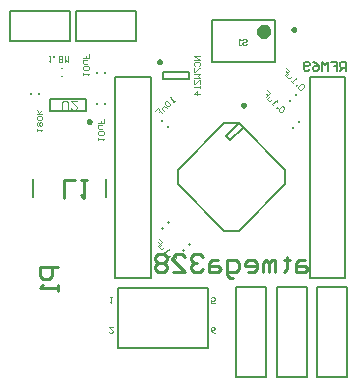
<source format=gto>
%FSTAX23Y23*%
%MOIN*%
%SFA1B1*%

%IPPOS*%
%ADD20C,0.010000*%
%ADD33C,0.009843*%
%ADD34C,0.023622*%
%ADD35C,0.005000*%
%ADD36C,0.007874*%
%ADD37C,0.004000*%
G54D20*
X0206Y04119D02*
X0204D01*
X0203Y04109*
Y0408*
X0206*
X0207Y04089*
X0206Y04099*
X0203*
X02Y04129D02*
Y04119D01*
X0201*
X0199*
X02*
Y04089*
X0199Y0408*
X0196D02*
Y04119D01*
X0195*
X0194Y04109*
Y0408*
Y04109*
X0193Y04119*
X0192Y04109*
Y0408*
X0187D02*
X0189D01*
X019Y04089*
Y04109*
X0189Y04119*
X0187*
X0186Y04109*
Y04099*
X019*
X0182Y0406D02*
X0181D01*
X018Y0407*
Y04119*
X0183*
X0184Y04109*
Y04089*
X0183Y0408*
X018*
X0177Y04119D02*
X0175D01*
X0174Y04109*
Y0408*
X0177*
X0178Y04089*
X0177Y04099*
X0174*
X0172Y04129D02*
X0171Y04139D01*
X0169*
X0168Y04129*
Y04119*
X0169Y04109*
X017*
X0169*
X0168Y04099*
Y04089*
X0169Y0408*
X0171*
X0172Y04089*
X0162Y0408D02*
X0166D01*
X0162Y04119*
Y04129*
X0163Y04139*
X0165*
X0166Y04129*
X016D02*
X0159Y04139D01*
X0157*
X0156Y04129*
Y04119*
X0157Y04109*
X0156Y04099*
Y04089*
X0157Y0408*
X0159*
X016Y04089*
Y04099*
X0159Y04109*
X016Y04119*
Y04129*
X0159Y04109D02*
X0157D01*
X01235Y04095D02*
X01175D01*
Y04065*
X01185Y04055*
X01205*
X01215Y04065*
Y04095*
X01235Y04035D02*
Y04015D01*
Y04025*
X01175*
X01185Y04035*
X01255Y04325D02*
Y04385D01*
X01294*
X01314D02*
X01334D01*
X01324*
Y04325*
X01314Y04335*
G54D33*
X01335Y0458D02*
D01*
X01335Y0458*
X01335Y0458*
X01336Y04579*
X01336Y04579*
X01336Y04579*
X01336Y04578*
X01336Y04578*
X01336Y04578*
X01336Y04577*
X01337Y04577*
X01337Y04577*
X01337Y04577*
X01337Y04576*
X01338Y04576*
X01338Y04576*
X01338Y04576*
X01339Y04576*
X01339Y04576*
X01339Y04576*
X0134Y04576*
X0134Y04575*
X0134Y04575*
X01341*
X01341Y04575*
X01341Y04576*
X01342Y04576*
X01342Y04576*
X01342Y04576*
X01343Y04576*
X01343Y04576*
X01343Y04576*
X01343Y04576*
X01344Y04577*
X01344Y04577*
X01344Y04577*
X01344Y04577*
X01345Y04578*
X01345Y04578*
X01345Y04578*
X01345Y04579*
X01345Y04579*
X01345Y04579*
X01345Y0458*
X01345Y0458*
X01345Y0458*
X01345Y04581*
X01345Y04581*
X01345Y04581*
X01345Y04582*
X01345Y04582*
X01345Y04582*
X01345Y04583*
X01345Y04583*
X01344Y04583*
X01344Y04584*
X01344Y04584*
X01344Y04584*
X01343Y04584*
X01343Y04584*
X01343Y04585*
X01343Y04585*
X01342Y04585*
X01342Y04585*
X01342Y04585*
X01341Y04585*
X01341Y04585*
X01341Y04585*
X0134*
X0134Y04585*
X0134Y04585*
X01339Y04585*
X01339Y04585*
X01339Y04585*
X01338Y04585*
X01338Y04585*
X01338Y04584*
X01337Y04584*
X01337Y04584*
X01337Y04584*
X01337Y04584*
X01336Y04583*
X01336Y04583*
X01336Y04583*
X01336Y04582*
X01336Y04582*
X01336Y04582*
X01336Y04581*
X01335Y04581*
X01335Y04581*
X01335Y0458*
X02017Y04887D02*
D01*
X02017Y04887*
X02017Y04886*
X02017Y04886*
X02017Y04886*
X02017Y04885*
X02017Y04885*
X02017Y04885*
X02018Y04884*
X02018Y04884*
X02018Y04884*
X02018Y04883*
X02019Y04883*
X02019Y04883*
X02019Y04883*
X02019Y04883*
X0202Y04882*
X0202Y04882*
X0202Y04882*
X02021Y04882*
X02021Y04882*
X02021Y04882*
X02022Y04882*
X02022*
X02022Y04882*
X02023Y04882*
X02023Y04882*
X02023Y04882*
X02024Y04882*
X02024Y04882*
X02024Y04883*
X02025Y04883*
X02025Y04883*
X02025Y04883*
X02025Y04883*
X02026Y04884*
X02026Y04884*
X02026Y04884*
X02026Y04885*
X02026Y04885*
X02026Y04885*
X02027Y04886*
X02027Y04886*
X02027Y04886*
X02027Y04887*
X02027Y04887*
X02027Y04887*
X02027Y04888*
X02027Y04888*
X02027Y04888*
X02026Y04889*
X02026Y04889*
X02026Y04889*
X02026Y0489*
X02026Y0489*
X02026Y0489*
X02025Y0489*
X02025Y04891*
X02025Y04891*
X02025Y04891*
X02024Y04891*
X02024Y04891*
X02024Y04891*
X02023Y04892*
X02023Y04892*
X02023Y04892*
X02022Y04892*
X02022Y04892*
X02022*
X02021Y04892*
X02021Y04892*
X02021Y04892*
X0202Y04892*
X0202Y04891*
X0202Y04891*
X02019Y04891*
X02019Y04891*
X02019Y04891*
X02019Y04891*
X02018Y0489*
X02018Y0489*
X02018Y0489*
X02018Y0489*
X02017Y04889*
X02017Y04889*
X02017Y04889*
X02017Y04888*
X02017Y04888*
X02017Y04888*
X02017Y04887*
X02017Y04887*
X01849Y04635D02*
D01*
X01849Y04635*
X01849Y04635*
X01849Y04634*
X01849Y04634*
X01849Y04634*
X01849Y04633*
X01849Y04633*
X01849Y04633*
X01849Y04632*
X0185Y04632*
X0185Y04632*
X0185Y04632*
X0185Y04631*
X01851Y04631*
X01851Y04631*
X01851Y04631*
X01852Y04631*
X01852Y04631*
X01852Y04631*
X01853Y0463*
X01853Y0463*
X01853Y0463*
X01854*
X01854Y0463*
X01854Y0463*
X01855Y04631*
X01855Y04631*
X01855Y04631*
X01856Y04631*
X01856Y04631*
X01856Y04631*
X01857Y04631*
X01857Y04632*
X01857Y04632*
X01857Y04632*
X01857Y04632*
X01858Y04633*
X01858Y04633*
X01858Y04633*
X01858Y04634*
X01858Y04634*
X01858Y04634*
X01858Y04635*
X01858Y04635*
X01858Y04635*
X01858Y04636*
X01858Y04636*
X01858Y04636*
X01858Y04637*
X01858Y04637*
X01858Y04637*
X01858Y04638*
X01858Y04638*
X01857Y04638*
X01857Y04638*
X01857Y04639*
X01857Y04639*
X01857Y04639*
X01856Y04639*
X01856Y0464*
X01856Y0464*
X01855Y0464*
X01855Y0464*
X01855Y0464*
X01854Y0464*
X01854Y0464*
X01854Y0464*
X01853*
X01853Y0464*
X01853Y0464*
X01852Y0464*
X01852Y0464*
X01852Y0464*
X01851Y0464*
X01851Y0464*
X01851Y04639*
X0185Y04639*
X0185Y04639*
X0185Y04639*
X0185Y04638*
X01849Y04638*
X01849Y04638*
X01849Y04638*
X01849Y04637*
X01849Y04637*
X01849Y04637*
X01849Y04636*
X01849Y04636*
X01849Y04636*
X01849Y04635*
X01569Y04779D02*
D01*
X01569Y04778*
X0157Y04778*
X0157Y04778*
X0157Y04777*
X0157Y04777*
X0157Y04777*
X0157Y04776*
X0157Y04776*
X0157Y04776*
X01571Y04776*
X01571Y04775*
X01571Y04775*
X01571Y04775*
X01572Y04775*
X01572Y04775*
X01572Y04774*
X01573Y04774*
X01573Y04774*
X01573Y04774*
X01574Y04774*
X01574Y04774*
X01574Y04774*
X01575*
X01575Y04774*
X01575Y04774*
X01576Y04774*
X01576Y04774*
X01576Y04774*
X01577Y04774*
X01577Y04775*
X01577Y04775*
X01577Y04775*
X01578Y04775*
X01578Y04775*
X01578Y04776*
X01578Y04776*
X01579Y04776*
X01579Y04776*
X01579Y04777*
X01579Y04777*
X01579Y04777*
X01579Y04778*
X01579Y04778*
X01579Y04778*
X01579Y04779*
X01579Y04779*
X01579Y04779*
X01579Y0478*
X01579Y0478*
X01579Y0478*
X01579Y04781*
X01579Y04781*
X01579Y04781*
X01578Y04782*
X01578Y04782*
X01578Y04782*
X01578Y04782*
X01577Y04783*
X01577Y04783*
X01577Y04783*
X01577Y04783*
X01576Y04783*
X01576Y04783*
X01576Y04784*
X01575Y04784*
X01575Y04784*
X01575Y04784*
X01574*
X01574Y04784*
X01574Y04784*
X01573Y04784*
X01573Y04783*
X01573Y04783*
X01572Y04783*
X01572Y04783*
X01572Y04783*
X01571Y04783*
X01571Y04782*
X01571Y04782*
X01571Y04782*
X0157Y04782*
X0157Y04781*
X0157Y04781*
X0157Y04781*
X0157Y0478*
X0157Y0478*
X0157Y0478*
X0157Y04779*
X01569Y04779*
X01569Y04779*
G54D34*
X0191Y04881D02*
D01*
X0191Y0488*
X0191Y04879*
X0191Y04879*
X0191Y04878*
X0191Y04877*
X01911Y04876*
X01911Y04875*
X01911Y04875*
X01912Y04874*
X01912Y04873*
X01913Y04873*
X01914Y04872*
X01914Y04872*
X01915Y04871*
X01916Y04871*
X01916Y0487*
X01917Y0487*
X01918Y0487*
X01919Y0487*
X01919Y04869*
X0192Y04869*
X01921Y04869*
X01922*
X01923Y04869*
X01923Y04869*
X01924Y0487*
X01925Y0487*
X01926Y0487*
X01927Y0487*
X01927Y04871*
X01928Y04871*
X01929Y04872*
X01929Y04872*
X0193Y04873*
X0193Y04873*
X01931Y04874*
X01931Y04875*
X01932Y04875*
X01932Y04876*
X01933Y04877*
X01933Y04878*
X01933Y04879*
X01933Y04879*
X01933Y0488*
X01933Y04881*
X01933Y04882*
X01933Y04883*
X01933Y04883*
X01933Y04884*
X01933Y04885*
X01932Y04886*
X01932Y04887*
X01931Y04887*
X01931Y04888*
X0193Y04889*
X0193Y04889*
X01929Y0489*
X01929Y0489*
X01928Y04891*
X01927Y04891*
X01927Y04892*
X01926Y04892*
X01925Y04892*
X01924Y04892*
X01923Y04893*
X01923Y04893*
X01922Y04893*
X01921*
X0192Y04893*
X01919Y04893*
X01919Y04892*
X01918Y04892*
X01917Y04892*
X01916Y04892*
X01916Y04891*
X01915Y04891*
X01914Y0489*
X01914Y0489*
X01913Y04889*
X01912Y04889*
X01912Y04888*
X01911Y04887*
X01911Y04887*
X01911Y04886*
X0191Y04885*
X0191Y04884*
X0191Y04883*
X0191Y04883*
X0191Y04882*
X0191Y04881*
G54D35*
X01545Y0406D02*
X01426D01*
X01545D02*
Y0473D01*
X01426Y0406D02*
Y0473D01*
X01545D02*
X01426D01*
X02194Y0406D02*
X02075D01*
X02194D02*
Y0473D01*
X02075Y0406D02*
Y0473D01*
X02194D02*
X02075D01*
X02195Y0475D02*
Y04779D01*
X0218*
X02175Y04774*
Y04764*
X0218Y04759*
X02195*
X02185D02*
X02175Y0475D01*
X02145Y04779D02*
X02165D01*
Y04764*
X02155*
X02165*
Y0475*
X02135D02*
Y04779D01*
X02125Y04769*
X02115Y04779*
Y0475*
X02085Y04779D02*
X02095Y04774D01*
X02105Y04764*
Y04755*
X021Y0475*
X0209*
X02085Y04755*
Y04759*
X0209Y04764*
X02105*
X02075Y04755D02*
X0207Y0475D01*
X0206*
X02055Y04755*
Y04774*
X0206Y04779*
X0207*
X02075Y04774*
Y04769*
X0207Y04764*
X02055*
G54D36*
X01331Y04615D02*
X01208D01*
X01331Y04654D02*
X01208D01*
X01331Y04615D02*
Y04654D01*
X01208Y04615D02*
Y04654D01*
X01961Y04779D02*
Y0492D01*
X01748Y04779D02*
Y0492D01*
X01961D02*
X01748D01*
X01961Y04779D02*
X01748D01*
X01994Y04418D02*
X01838Y04574D01*
X01791Y04215D02*
X01635Y04371D01*
X01791Y04574D02*
X01635Y04418D01*
X01994Y04371D02*
X01838Y04215D01*
Y04574D02*
X01791D01*
X01635Y04371D02*
Y04418D01*
X01994Y04371D02*
Y04418D01*
X01838Y04215D02*
X01791D01*
X01838Y04574D02*
X01796Y04532D01*
X0181Y04518D02*
X01796Y04532D01*
X01852Y0456D02*
X0181Y04518D01*
X01673Y04746D02*
X01586D01*
X01673Y04723D02*
X01586D01*
Y04746*
X01673Y04723D02*
Y04746D01*
X01395Y0433D02*
Y04389D01*
X01154Y0433D02*
Y04389D01*
X01393Y04638D02*
Y04641D01*
X01366Y04638D02*
Y04641D01*
X01251Y04758D02*
X01248D01*
X01251Y04731D02*
X01248D01*
X01393Y04743D02*
Y04746D01*
X01366Y04743D02*
Y04746D01*
X01495Y0485D02*
Y0495D01*
X01295*
Y0485D02*
Y0495D01*
X01495Y0485D02*
X01295D01*
X01275D02*
Y0495D01*
X01075*
Y0485D02*
Y0495D01*
X01275Y0485D02*
X01075D01*
X01146Y04673D02*
Y04676D01*
X01173Y04673D02*
Y04676D01*
X01606Y04566D02*
X01603Y04563D01*
X01586Y04586D02*
X01583Y04583D01*
X01735Y03825D02*
Y04025D01*
X01435Y03825D02*
Y04025D01*
X01735Y03825D02*
X01435D01*
X01735Y04025D02*
X01435D01*
X01735D02*
X01543D01*
X01656Y04148D02*
X01653Y04151D01*
X01676Y04168D02*
X01673Y04171D01*
X01586Y04223D02*
X01583Y04226D01*
X01606Y04243D02*
X01603Y04246D01*
X02031Y04668D02*
X02028Y04671D01*
X02011Y04648D02*
X02008Y04651D01*
X02021Y04558D02*
X02018Y04561D01*
X02041Y04578D02*
X02038Y04581D01*
X021Y0373D02*
Y0403D01*
X022D02*
X021D01*
X022Y0373D02*
Y0403D01*
Y0373D02*
X021D01*
X01965D02*
Y0403D01*
X02065D02*
X01965D01*
X02065Y0373D02*
Y0403D01*
Y0373D02*
X01965D01*
X0183D02*
Y0403D01*
X0193D02*
X0183D01*
X0193Y0373D02*
Y0403D01*
Y0373D02*
X0183D01*
G54D37*
X0125Y0462D02*
Y04645D01*
X01255Y0465*
X01264*
X01269Y04645*
Y0462*
X01299Y0465D02*
X01279D01*
X01299Y0463*
Y04625*
X01294Y0462*
X01284*
X01279Y04625*
X01851Y04851D02*
X01855Y04854D01*
X01861*
X01865Y04851*
Y04848*
X01861Y04844*
X01855*
X01851Y04841*
Y04838*
X01855Y04835*
X01861*
X01865Y04838*
X01845Y04835D02*
X01838D01*
X01841*
Y04854*
X01845Y04851*
X0171Y048D02*
X0169D01*
X0171Y04786*
X0169*
X01693Y04766D02*
X0169Y0477D01*
Y04776*
X01693Y0478*
X01706*
X0171Y04776*
Y0477*
X01706Y04766*
X0169Y0476D02*
Y04746D01*
X01693*
X01706Y0476*
X0171*
X0169Y0474D02*
X0171D01*
X01703Y04733*
X0171Y04726*
X0169*
Y0472D02*
Y04706D01*
X01693*
X01706Y0472*
X0171*
Y04706*
Y047D02*
Y04693D01*
Y04696*
X0169*
X01693Y047*
X0171Y04673D02*
X0169D01*
X017Y04683*
Y0467*
X01165Y0455D02*
Y04556D01*
Y04553*
X01184*
X01181Y0455*
Y04566D02*
X01184Y04569D01*
Y04576*
X01181Y04579*
X01178*
X01174Y04576*
X01171Y04579*
X01168*
X01165Y04576*
Y04569*
X01168Y04566*
X01171*
X01174Y04569*
X01178Y04566*
X01181*
X01174Y04569D02*
Y04576D01*
X01181Y04586D02*
X01184Y04589D01*
Y04596*
X01181Y04599*
X01168*
X01165Y04596*
Y04589*
X01168Y04586*
X01181*
X01184Y04606D02*
X01165D01*
X01171*
X01184Y04619*
X01174Y04609*
X01165Y04619*
X01205Y048D02*
X01211D01*
X01208*
Y0478*
X01205Y04783*
X01221Y048D02*
Y04796D01*
X01224*
Y048*
X01221*
X01238Y04783D02*
X01241Y0478D01*
X01248*
X01251Y04783*
Y04786*
X01248Y0479*
X01251Y04793*
Y04796*
X01248Y048*
X01241*
X01238Y04796*
Y04793*
X01241Y0479*
X01238Y04786*
Y04783*
X01241Y0479D02*
X01248D01*
X01258Y048D02*
Y0478D01*
X01264Y04786*
X01271Y0478*
Y048*
X01625Y0465D02*
X0162Y04645D01*
X01622Y04647*
X01608Y04661*
X01613*
X01601Y0465D02*
X01596D01*
X01592Y04645*
Y0464*
X01601Y04631*
X01606*
X0161Y04635*
Y0464*
X01601Y0465*
X01599Y04624D02*
X01589Y04633D01*
X01582Y04626*
Y04621*
X01589Y04614*
X01561D02*
X0157Y04624D01*
X01577Y04617*
X01573Y04612*
X01577Y04617*
X01584Y04609*
X0137Y0452D02*
Y04526D01*
Y04523*
X01389*
X01386Y0452*
Y04536D02*
X01389Y04539D01*
Y04546*
X01386Y04549*
X01373*
X0137Y04546*
Y04539*
X01373Y04536*
X01386*
X01383Y04556D02*
X01373D01*
X0137Y04559*
Y04569*
X01383*
X01389Y04589D02*
Y04576D01*
X01379*
Y04583*
Y04576*
X0137*
X0132Y04735D02*
Y04741D01*
Y04738*
X01339*
X01336Y04735*
Y04751D02*
X01339Y04754D01*
Y04761*
X01336Y04764*
X01323*
X0132Y04761*
Y04754*
X01323Y04751*
X01336*
X01333Y04771D02*
X01323D01*
X0132Y04774*
Y04784*
X01333*
X01339Y04804D02*
Y04791D01*
X01329*
Y04798*
Y04791*
X0132*
X01631Y04126D02*
X01631Y04131D01*
X01627Y04136*
X01622*
X01612Y04126*
X01612Y04122*
X01617Y04117*
X01622*
X01631Y04126*
X01605Y04129D02*
X01608Y04131D01*
X01605Y04133*
X01603Y04131*
X01605Y04129*
X01594Y0414D02*
X01589Y04145D01*
X01591Y04143*
X01605Y04157*
Y04152*
X01591Y04162D02*
X01584Y04155D01*
X01579*
X01572Y04162*
X01582Y04171*
X01572Y0419D02*
X01582Y0418D01*
X01575Y04173*
X0157Y04178*
X01575Y04173*
X01568Y04166*
X02056Y04696D02*
Y04701D01*
X02052Y04706*
X02047*
X02037Y04696*
Y04692*
X02042Y04687*
X02047*
X02056Y04696*
X0203Y04699D02*
X02033Y04701D01*
X0203Y04703*
X02028Y04701*
X0203Y04699*
X02019Y0471D02*
X02014Y04715D01*
X02016Y04713*
X0203Y04727*
Y04722*
X02016Y04732D02*
X02009Y04725D01*
X02004*
X01997Y04732*
X02007Y04741*
X01997Y0476D02*
X02007Y0475D01*
X02Y04743*
X01995Y04748*
X02Y04743*
X01993Y04736*
X01991Y04621D02*
X01991Y04626D01*
X01987Y04631*
X01982*
X01972Y04621*
X01972Y04617*
X01977Y04612*
X01982*
X01991Y04621*
X01965Y04624D02*
X01968Y04626D01*
X01965Y04628*
X01963Y04626*
X01965Y04624*
X01954Y04635D02*
X01949Y0464D01*
X01951Y04638*
X01965Y04652*
Y04647*
X01951Y04657D02*
X01944Y0465D01*
X01939*
X01932Y04657*
X01942Y04666*
X01932Y04685D02*
X01942Y04675D01*
X01935Y04668*
X0193Y04673*
X01935Y04668*
X01928Y04661*
X01758Y03875D02*
X01751Y03878D01*
X01745Y03885*
Y03891*
X01748Y03895*
X01754*
X01758Y03891*
Y03888*
X01754Y03885*
X01745*
X01758Y03975D02*
X01745D01*
Y03985*
X01751Y03981*
X01754*
X01758Y03985*
Y03991*
X01754Y03995*
X01748*
X01745Y03991*
X01418Y03895D02*
X01405D01*
X01418Y03881*
Y03878*
X01414Y03875*
X01408*
X01405Y03878*
X0141Y03995D02*
X01416D01*
X01413*
Y03975*
X0141Y03978*
M02*
</source>
